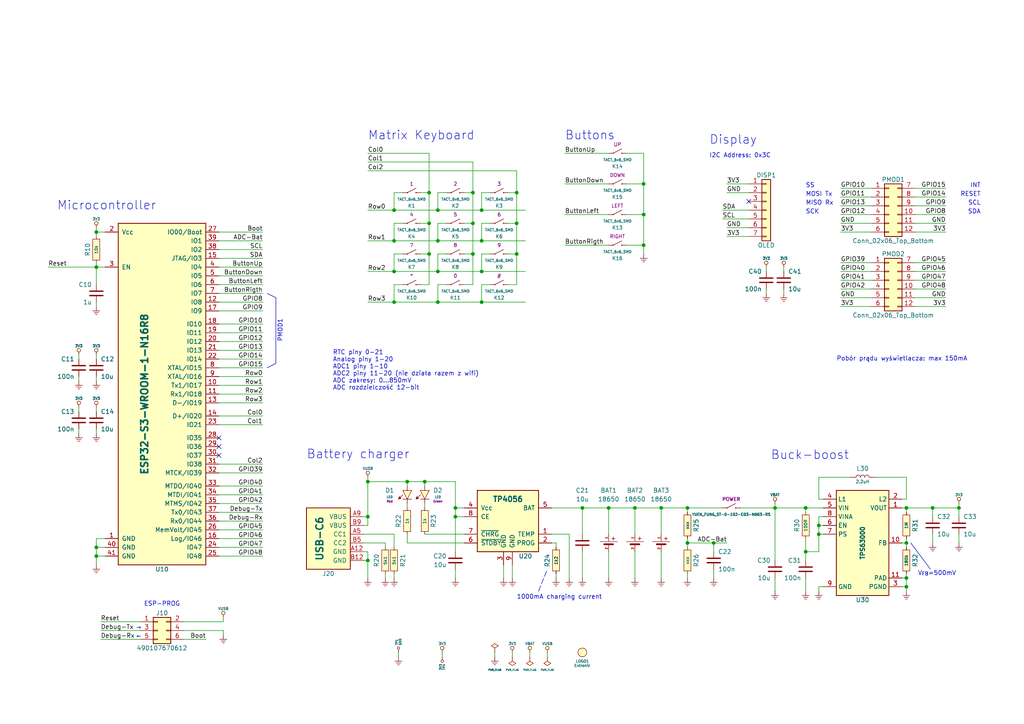
<source format=kicad_sch>
(kicad_sch (version 20231120) (generator "eeschema") (generator_version "8.0")
  (paper "A4")
  (title_block (title "Nostalgia") (date "250324") (rev "HV1") (company "Dominik Bieczyński"))
  (lib_symbols
    (symbol "Connector_Generic:Conn_01x07" (pin_names (offset 1.016) hide)
      (property "Reference" "J" (at 0 10.16 0))
      (property "Value" "Conn_01x07" (at 0 -10.16 0))
      (symbol "Conn_01x07_1_1"
        (pin passive line (at -5.08 7.62 0) (length 3.81) (name "Pin_1") (number "1"))
        (pin passive line (at -5.08 5.08 0) (length 3.81) (name "Pin_2") (number "2"))
        (pin passive line (at -5.08 2.54 0) (length 3.81) (name "Pin_3") (number "3"))
        (pin passive line (at -5.08 0 0) (length 3.81) (name "Pin_4") (number "4"))
        (pin passive line (at -5.08 -2.54 0) (length 3.81) (name "Pin_5") (number "5"))
        (pin passive line (at -5.08 -5.08 0) (length 3.81) (name "Pin_6") (number "6"))
        (pin passive line (at -5.08 -7.62 0) (length 3.81) (name "Pin_7") (number "7"))
      )
    )
    (symbol "Connector_Generic:Conn_02x03_Odd_Even" (pin_names (offset 1.016) hide)
      (property "Reference" "J" (at 1.27 5.08 0))
      (property "Value" "Conn_02x03_Odd_Even" (at 1.27 -5.08 0))
      (symbol "Conn_02x03_Odd_Even_1_1"
        (pin passive line (at -5.08 2.54 0) (length 3.81) (name "Pin_1") (number "1"))
        (pin passive line (at 7.62 2.54 180) (length 3.81) (name "Pin_2") (number "2"))
        (pin passive line (at -5.08 0 0) (length 3.81) (name "Pin_3") (number "3"))
        (pin passive line (at 7.62 0 180) (length 3.81) (name "Pin_4") (number "4"))
        (pin passive line (at -5.08 -2.54 0) (length 3.81) (name "Pin_5") (number "5"))
        (pin passive line (at 7.62 -2.54 180) (length 3.81) (name "Pin_6") (number "6"))
      )
    )
    (symbol "Connector_Generic:Conn_02x06_Top_Bottom" (pin_names (offset 1.016) hide)
      (property "Reference" "J" (at 1.27 7.62 0))
      (property "Value" "Conn_02x06_Top_Bottom" (at 1.27 -10.16 0))
      (symbol "Conn_02x06_Top_Bottom_1_1"
        (pin passive line (at -5.08 5.08 0) (length 3.81) (name "Pin_1") (number "1"))
        (pin passive line (at 7.62 -2.54 180) (length 3.81) (name "Pin_10") (number "10"))
        (pin passive line (at 7.62 -5.08 180) (length 3.81) (name "Pin_11") (number "11"))
        (pin passive line (at 7.62 -7.62 180) (length 3.81) (name "Pin_12") (number "12"))
        (pin passive line (at -5.08 2.54 0) (length 3.81) (name "Pin_2") (number "2"))
        (pin passive line (at -5.08 0 0) (length 3.81) (name "Pin_3") (number "3"))
        (pin passive line (at -5.08 -2.54 0) (length 3.81) (name "Pin_4") (number "4"))
        (pin passive line (at -5.08 -5.08 0) (length 3.81) (name "Pin_5") (number "5"))
        (pin passive line (at -5.08 -7.62 0) (length 3.81) (name "Pin_6") (number "6"))
        (pin passive line (at 7.62 5.08 180) (length 3.81) (name "Pin_7") (number "7"))
        (pin passive line (at 7.62 2.54 180) (length 3.81) (name "Pin_8") (number "8"))
        (pin passive line (at 7.62 0 180) (length 3.81) (name "Pin_9") (number "9"))
      )
    )
    (symbol "TP_1" (pin_numbers hide) (pin_names (offset 0) hide)
      (property "Reference" "TP" (at 2.032 0.508 0))
      (property "Value" "TP" (at 2.032 -0.508 0))
      (symbol "TP_1_1_1"
        (pin passive line (at 0 0 0) (length 0.889) (name "~") (number "1"))
      )
    )
    (symbol "_custom:3V3" (power) (pin_names (offset 0))
      (property "Value" "3V3" (at 0 2.54 0))
      (symbol "3V3_0_0"
        (pin power_in line (at 0 0 90) (length 0) hide (name "3V3") (number "1"))
      )
    )
    (symbol "_custom:BATTERY" (pin_names (offset 0) hide)
      (property "Reference" "BT" (at -3.175 1.27 0))
      (property "Value" "BATTERY" (at -3.175 -1.27 0))
      (symbol "BATTERY_0_0"
        (text "+" (at 1.27 1.27 900) (effects (font (size 1.27 1.27))))
      )
      (symbol "BATTERY_1_1"
        (pin passive line (at 0 2.54 270) (length 2.032) (name "+") (number "1"))
        (pin passive line (at 0 -2.54 90) (length 1.905) (name "-") (number "2"))
      )
    )
    (symbol "_custom:C" (pin_numbers hide) (pin_names (offset 0.254))
      (property "Reference" "C" (at 1.27 2.54 0))
      (property "Value" "C" (at 1.27 -2.54 0))
      (symbol "C_1_1"
        (pin passive line (at 0 2.54 270) (length 1.905) (name "~") (number "1"))
        (pin passive line (at 0 -2.54 90) (length 1.905) (name "~") (number "2"))
      )
    )
    (symbol "_custom:ESP32-S3-WROOM-1" (pin_names (offset 1.016))
      (property "Reference" "U" (at 8.89 -50.8 0))
      (property "Value" "ESP32-S3-WROOM-1" (at 0 0 90))
      (symbol "ESP32-S3-WROOM-1_1_1"
        (pin passive line (at -11.43 -41.91 0) (length 3.81) (name "GND") (number "1"))
        (pin passive line (at 21.59 2.54 180) (length 3.81) (name "Tx1/IO17") (number "10"))
        (pin passive line (at 21.59 0 180) (length 3.81) (name "Rx1/IO18") (number "11"))
        (pin passive line (at 21.59 26.67 180) (length 3.81) (name "IO8") (number "12"))
        (pin passive line (at 21.59 -2.54 180) (length 3.81) (name "D-/IO19") (number "13"))
        (pin passive line (at 21.59 -6.35 180) (length 3.81) (name "D+/IO20") (number "14"))
        (pin passive line (at 21.59 39.37 180) (length 3.81) (name "JTAG/IO3") (number "15"))
        (pin passive line (at 21.59 -41.91 180) (length 3.81) (name "Log/IO46") (number "16"))
        (pin passive line (at 21.59 24.13 180) (length 3.81) (name "IO9") (number "17"))
        (pin passive line (at 21.59 20.32 180) (length 3.81) (name "IO10") (number "18"))
        (pin passive line (at 21.59 17.78 180) (length 3.81) (name "IO11") (number "19"))
        (pin passive line (at -11.43 46.99 0) (length 3.81) (name "Vcc") (number "2"))
        (pin passive line (at 21.59 15.24 180) (length 3.81) (name "IO12") (number "20"))
        (pin passive line (at 21.59 12.7 180) (length 3.81) (name "IO13") (number "21"))
        (pin passive line (at 21.59 10.16 180) (length 3.81) (name "IO14") (number "22"))
        (pin passive line (at 21.59 -8.89 180) (length 3.81) (name "IO21") (number "23"))
        (pin passive line (at 21.59 -44.45 180) (length 3.81) (name "IO47") (number "24"))
        (pin passive line (at 21.59 -46.99 180) (length 3.81) (name "IO48") (number "25"))
        (pin passive line (at 21.59 -39.37 180) (length 3.81) (name "MemVolt/IO45") (number "26"))
        (pin passive line (at 21.59 46.99 180) (length 3.81) (name "IO00/Boot") (number "27"))
        (pin passive line (at 21.59 -12.7 180) (length 3.81) (name "IO35") (number "28"))
        (pin passive line (at 21.59 -15.24 180) (length 3.81) (name "IO36") (number "29"))
        (pin passive line (at -11.43 36.83 0) (length 3.81) (name "EN") (number "3"))
        (pin passive line (at 21.59 -17.78 180) (length 3.81) (name "IO37") (number "30"))
        (pin passive line (at 21.59 -20.32 180) (length 3.81) (name "IO38") (number "31"))
        (pin passive line (at 21.59 -22.86 180) (length 3.81) (name "MTCK/IO39") (number "32"))
        (pin passive line (at 21.59 -26.67 180) (length 3.81) (name "MTDO/IO40") (number "33"))
        (pin passive line (at 21.59 -29.21 180) (length 3.81) (name "MTDI/IO41") (number "34"))
        (pin passive line (at 21.59 -31.75 180) (length 3.81) (name "MTMS/IO42") (number "35"))
        (pin passive line (at 21.59 -36.83 180) (length 3.81) (name "Rx0/IO44") (number "36"))
        (pin passive line (at 21.59 -34.29 180) (length 3.81) (name "Tx0/IO43") (number "37"))
        (pin passive line (at 21.59 41.91 180) (length 3.81) (name "IO2") (number "38"))
        (pin passive line (at 21.59 44.45 180) (length 3.81) (name "IO1") (number "39"))
        (pin passive line (at 21.59 36.83 180) (length 3.81) (name "IO4") (number "4"))
        (pin passive line (at -11.43 -44.45 0) (length 3.81) (name "GND") (number "40"))
        (pin passive line (at -11.43 -46.99 0) (length 3.81) (name "GND") (number "41"))
        (pin passive line (at 21.59 34.29 180) (length 3.81) (name "IO5") (number "5"))
        (pin passive line (at 21.59 31.75 180) (length 3.81) (name "IO6") (number "6"))
        (pin passive line (at 21.59 29.21 180) (length 3.81) (name "IO7") (number "7"))
        (pin passive line (at 21.59 7.62 180) (length 3.81) (name "XTAL/IO15") (number "8"))
        (pin passive line (at 21.59 5.08 180) (length 3.81) (name "XTAL/IO16") (number "9"))
      )
    )
    (symbol "_custom:GND" (power) (pin_names (offset 0))
      (symbol "GND_1_1"
        (pin power_in line (at 0 1.27 90) (length 0) hide (name "GND") (number "1"))
      )
    )
    (symbol "_custom:L" (pin_numbers hide) (pin_names (offset 0))
      (property "Reference" "L" (at 2.286 0 90))
      (property "Value" "L" (at -1.27 0 90))
      (symbol "L_1_1"
        (pin passive line (at 0 3.81 270) (length 1.905) (name "~") (number "1"))
        (pin passive line (at 0 -3.81 90) (length 1.905) (name "~") (number "2"))
      )
    )
    (symbol "_custom:LED" (pin_numbers hide) (pin_names (offset 0) hide)
      (property "Reference" "D" (at -0.635 2.54 0))
      (property "Value" "LED" (at 0.635 2.54 0))
      (property "Datasheet" "Color" (at -3.81 -1.27 0))
      (symbol "LED_1_1"
        (pin passive line (at 2.54 0 180) (length 1.27) (name "K") (number "1"))
        (pin passive line (at -2.54 0 0) (length 1.27) (name "A") (number "2"))
      )
    )
    (symbol "_custom:PWR_FLAG" (power) (pin_numbers hide) (pin_names (offset 0) hide)
      (property "Value" "PWR_FLAG" (at 0 -4.445 0))
      (symbol "PWR_FLAG_0_0"
        (pin power_out line (at 0 0 90) (length 0) (name "pwr") (number "1"))
      )
    )
    (symbol "_custom:R" (pin_numbers hide) (pin_names (offset 0))
      (property "Reference" "R" (at 2.286 0 90))
      (property "Value" "R" (at 0 0 90))
      (symbol "R_1_1"
        (pin passive line (at 0 3.81 270) (length 0.762) (name "~") (number "1"))
        (pin passive line (at 0 -3.81 90) (length 0.762) (name "~") (number "2"))
      )
    )
    (symbol "_custom:TP4056" (pin_names (offset 1.016))
      (property "Reference" "U" (at 5.08 -10.16 0))
      (property "Value" "TP4056" (at 0 6.35 0))
      (symbol "TP4056_1_1"
        (pin passive line (at 12.7 -3.81 180) (length 3.81) (name "TEMP") (number "1"))
        (pin passive line (at 12.7 -6.35 180) (length 3.81) (name "PROG") (number "2"))
        (pin passive line (at -1.27 -12.7 90) (length 3.81) (name "GND") (number "3"))
        (pin passive line (at -12.7 3.81 0) (length 3.81) (name "Vcc") (number "4"))
        (pin passive line (at 12.7 3.81 180) (length 3.81) (name "BAT") (number "5"))
        (pin passive line (at -12.7 -6.35 0) (length 3.81) (name "~{STDBY}") (number "6"))
        (pin passive line (at -12.7 -3.81 0) (length 3.81) (name "~{CHRG}") (number "7"))
        (pin passive line (at -12.7 1.27 0) (length 3.81) (name "CE") (number "8"))
        (pin passive line (at 1.27 -12.7 90) (length 3.81) (name "GND") (number "9"))
      )
    )
    (symbol "_custom:TPS63000"
      (property "Reference" "U?" (at 0 -16.51 0))
      (property "Value" "TPS63000" (at 0 0 90))
      (symbol "TPS63000_1_1"
        (pin passive line (at 11.43 10.16 180) (length 3.81) (name "VOUT") (number "1"))
        (pin passive line (at 11.43 0 180) (length 3.81) (name "FB") (number "10"))
        (pin passive line (at 11.43 -10.16 180) (length 3.81) (name "PAD") (number "11"))
        (pin passive line (at 11.43 12.7 180) (length 3.81) (name "L2") (number "2"))
        (pin passive line (at 11.43 -12.7 180) (length 3.81) (name "PGND") (number "3"))
        (pin passive line (at -11.43 12.7 0) (length 3.81) (name "L1") (number "4"))
        (pin passive line (at -11.43 10.16 0) (length 3.81) (name "VIN") (number "5"))
        (pin passive line (at -11.43 5.08 0) (length 3.81) (name "EN") (number "6"))
        (pin passive line (at -11.43 2.54 0) (length 3.81) (name "PS") (number "7"))
        (pin passive line (at -11.43 7.62 0) (length 3.81) (name "VINA") (number "8"))
        (pin passive line (at -11.43 -12.7 0) (length 3.81) (name "GND") (number "9"))
      )
    )
    (symbol "_custom:USB-C6" (pin_names (offset 1.016))
      (property "Reference" "K" (at 0 -10.16 0))
      (property "Value" "USB-C6" (at -2.54 0 90))
      (symbol "USB-C6_1_1"
        (pin passive line (at 10.16 -3.81 180) (length 3.81) (name "GND") (number "A12"))
        (pin passive line (at 10.16 1.27 180) (length 3.81) (name "CC1") (number "A5"))
        (pin passive line (at 10.16 6.35 180) (length 3.81) (name "VBUS") (number "A9"))
        (pin passive line (at 10.16 -6.35 180) (length 3.81) (name "GND") (number "B12"))
        (pin passive line (at 10.16 -1.27 180) (length 3.81) (name "CC2") (number "B5"))
        (pin passive line (at 10.16 3.81 180) (length 3.81) (name "VBUS") (number "B9"))
      )
    )
    (symbol "_custom:VBAT" (power) (pin_names (offset 0))
      (property "Value" "VBAT" (at 0 2.54 0))
      (symbol "VBAT_0_0"
        (pin power_in line (at 0 0 90) (length 0) hide (name "VBAT") (number "1"))
      )
    )
    (symbol "_custom:VUSB" (power) (pin_names (offset 0))
      (property "Value" "VUSB" (at 0 2.54 0))
      (symbol "VUSB_0_0"
        (pin power_in line (at 0 0 90) (length 0) hide (name "VUSB") (number "1"))
      )
    )
    (symbol "_custom:Z" (pin_numbers hide) (pin_names (offset 0) hide)
      (property "Reference" "J?" (at 0.635 -1.27 0))
      (property "Value" "Z" (at -0.635 -1.27 0))
      (symbol "Z_1_1"
        (pin passive line (at 2.54 0 180) (length 0) (name "~") (number "1"))
        (pin passive line (at -2.54 0 0) (length 0) (name "~") (number "2"))
      )
    )
    (symbol "_custom:_FIDUCIAL" (pin_names (offset 1.016))
      (property "Reference" "FID" (at 0 -2.54 0))
      (property "Value" "_FIDUCIAL" (at 0 -3.81 0))
    )
  )
  (junction (at 149.86 55.88))
  (junction (at 124.46 64.77))
  (junction (at 132.08 149.86))
  (junction (at 27.94 161.29))
  (junction (at 186.69 62.23))
  (junction (at 237.49 152.4))
  (junction (at 106.68 139.7))
  (junction (at 199.39 157.48))
  (junction (at 114.3 60.96))
  (junction (at 176.53 147.32))
  (junction (at 124.46 55.88))
  (junction (at 137.16 73.66))
  (junction (at 139.7 60.96))
  (junction (at 106.68 162.56))
  (junction (at 233.68 147.32))
  (junction (at 168.91 147.32))
  (junction (at 27.94 158.75))
  (junction (at 114.3 87.63))
  (junction (at 114.3 69.85))
  (junction (at 123.19 139.7))
  (junction (at 149.86 64.77))
  (junction (at 262.89 147.32))
  (junction (at 186.69 53.34))
  (junction (at 139.7 69.85))
  (junction (at 27.94 77.47))
  (junction (at 27.94 67.31))
  (junction (at 262.89 157.48))
  (junction (at 114.3 78.74))
  (junction (at 237.49 154.94))
  (junction (at 127 78.74))
  (junction (at 137.16 55.88))
  (junction (at 191.77 147.32))
  (junction (at 186.69 71.12))
  (junction (at 278.13 147.32))
  (junction (at 149.86 73.66))
  (junction (at 106.68 149.86))
  (junction (at 127 69.85))
  (junction (at 199.39 147.32))
  (junction (at 270.51 147.32))
  (junction (at 207.01 157.48))
  (junction (at 124.46 73.66))
  (junction (at 139.7 87.63))
  (junction (at 233.68 160.02))
  (junction (at 262.89 167.64))
  (junction (at 262.89 170.18))
  (junction (at 127 87.63))
  (junction (at 137.16 64.77))
  (junction (at 127 60.96))
  (junction (at 139.7 78.74))
  (junction (at 118.11 139.7))
  (junction (at 224.79 147.32))
  (junction (at 184.15 147.32))
  (junction (at 132.08 147.32))
  (no_connect (at 63.5 132.08))
  (no_connect (at 63.5 127))
  (no_connect (at 63.5 129.54))
  (no_connect (at 217.17 58.42))
  (wire (pts (xy 262.89 170.18) (xy 262.89 171.45)))
  (wire (pts (xy 114.3 78.74) (xy 127 78.74)))
  (wire (pts (xy 139.7 69.85) (xy 152.4 69.85)))
  (wire (pts (xy 237.49 170.18) (xy 238.76 170.18)))
  (wire (pts (xy 27.94 77.47) (xy 27.94 82.55)))
  (wire (pts (xy 149.86 55.88) (xy 147.32 55.88)))
  (wire (pts (xy 148.59 189.23) (xy 148.59 190.5)))
  (wire (pts (xy 149.86 64.77) (xy 149.86 55.88)))
  (wire (pts (xy 63.5 140.97) (xy 76.2 140.97)))
  (wire (pts (xy 106.68 60.96) (xy 114.3 60.96)))
  (wire (pts (xy 278.13 147.32) (xy 278.13 146.05)))
  (wire (pts (xy 199.39 156.21) (xy 199.39 157.48)))
  (wire (pts (xy 237.49 149.86) (xy 238.76 149.86)))
  (wire (pts (xy 146.05 163.83) (xy 146.05 167.64)))
  (wire (pts (xy 29.21 182.88) (xy 40.64 182.88)))
  (wire (pts (xy 243.84 76.2) (xy 252.73 76.2)))
  (wire (pts (xy 27.94 67.31) (xy 27.94 66.04)))
  (wire (pts (xy 139.7 64.77) (xy 139.7 69.85)))
  (wire (pts (xy 132.08 139.7) (xy 123.19 139.7)))
  (wire (pts (xy 243.84 86.36) (xy 252.73 86.36)))
  (wire (pts (xy 63.5 156.21) (xy 76.2 156.21)))
  (wire (pts (xy 127 64.77) (xy 127 69.85)))
  (wire (pts (xy 243.84 62.23) (xy 252.73 62.23)))
  (wire (pts (xy 123.19 139.7) (xy 118.11 139.7)))
  (wire (pts (xy 63.5 148.59) (xy 76.2 148.59)))
  (wire (pts (xy 106.68 160.02) (xy 105.41 160.02)))
  (wire (pts (xy 153.67 189.23) (xy 153.67 190.5)))
  (wire (pts (xy 186.69 53.34) (xy 186.69 62.23)))
  (wire (pts (xy 116.84 55.88) (xy 114.3 55.88)))
  (wire (pts (xy 186.69 62.23) (xy 186.69 71.12)))
  (wire (pts (xy 63.5 74.93) (xy 76.2 74.93)))
  (wire (pts (xy 243.84 67.31) (xy 252.73 67.31)))
  (wire (pts (xy 13.97 77.47) (xy 27.94 77.47)))
  (wire (pts (xy 149.86 82.55) (xy 149.86 73.66)))
  (wire (pts (xy 114.3 154.94) (xy 114.3 158.75)))
  (polyline (pts (xy 77.47 106.68) (xy 80.01 105.41)))
  (wire (pts (xy 209.55 60.96) (xy 217.17 60.96)))
  (wire (pts (xy 252.73 54.61) (xy 243.84 54.61)))
  (wire (pts (xy 27.94 161.29) (xy 30.48 161.29)))
  (wire (pts (xy 243.84 81.28) (xy 252.73 81.28)))
  (wire (pts (xy 27.94 156.21) (xy 27.94 158.75)))
  (polyline (pts (xy 264.16 157.48) (xy 269.875 165.1)))
  (wire (pts (xy 63.5 114.3) (xy 76.2 114.3)))
  (wire (pts (xy 63.5 85.09) (xy 76.2 85.09)))
  (wire (pts (xy 134.62 64.77) (xy 137.16 64.77)))
  (wire (pts (xy 160.02 147.32) (xy 168.91 147.32)))
  (wire (pts (xy 134.62 73.66) (xy 137.16 73.66)))
  (wire (pts (xy 105.41 162.56) (xy 106.68 162.56)))
  (wire (pts (xy 265.43 59.69) (xy 274.32 59.69)))
  (wire (pts (xy 149.86 73.66) (xy 149.86 64.77)))
  (wire (pts (xy 199.39 157.48) (xy 199.39 158.75)))
  (wire (pts (xy 132.08 165.1) (xy 132.08 167.64)))
  (wire (pts (xy 114.3 82.55) (xy 114.3 87.63)))
  (wire (pts (xy 121.92 82.55) (xy 124.46 82.55)))
  (wire (pts (xy 176.53 147.32) (xy 184.15 147.32)))
  (wire (pts (xy 63.5 137.16) (xy 76.2 137.16)))
  (wire (pts (xy 106.68 139.7) (xy 106.68 149.86)))
  (wire (pts (xy 265.43 62.23) (xy 274.32 62.23)))
  (wire (pts (xy 262.89 170.18) (xy 262.89 167.64)))
  (wire (pts (xy 129.54 55.88) (xy 127 55.88)))
  (wire (pts (xy 139.7 82.55) (xy 139.7 87.63)))
  (wire (pts (xy 207.01 157.48) (xy 207.01 160.02)))
  (wire (pts (xy 114.3 60.96) (xy 127 60.96)))
  (wire (pts (xy 30.48 156.21) (xy 27.94 156.21)))
  (wire (pts (xy 165.1 167.64) (xy 165.1 154.94)))
  (wire (pts (xy 139.7 55.88) (xy 139.7 60.96)))
  (wire (pts (xy 106.68 78.74) (xy 114.3 78.74)))
  (wire (pts (xy 27.94 102.87) (xy 27.94 104.14)))
  (wire (pts (xy 63.5 106.68) (xy 76.2 106.68)))
  (wire (pts (xy 243.84 59.69) (xy 252.73 59.69)))
  (wire (pts (xy 121.92 64.77) (xy 124.46 64.77)))
  (wire (pts (xy 132.08 147.32) (xy 134.62 147.32)))
  (wire (pts (xy 261.62 147.32) (xy 262.89 147.32)))
  (wire (pts (xy 163.83 53.34) (xy 176.53 53.34)))
  (wire (pts (xy 262.89 144.78) (xy 261.62 144.78)))
  (wire (pts (xy 143.51 189.23) (xy 143.51 190.5)))
  (wire (pts (xy 237.49 149.86) (xy 237.49 152.4)))
  (wire (pts (xy 233.68 167.64) (xy 233.68 171.45)))
  (wire (pts (xy 121.92 73.66) (xy 124.46 73.66)))
  (wire (pts (xy 40.64 180.34) (xy 29.21 180.34)))
  (wire (pts (xy 163.83 44.45) (xy 176.53 44.45)))
  (wire (pts (xy 168.91 147.32) (xy 176.53 147.32)))
  (wire (pts (xy 114.3 69.85) (xy 114.3 64.77)))
  (wire (pts (xy 262.89 167.64) (xy 261.62 167.64)))
  (wire (pts (xy 191.77 147.32) (xy 191.77 154.94)))
  (wire (pts (xy 139.7 87.63) (xy 152.4 87.63)))
  (wire (pts (xy 139.7 78.74) (xy 152.4 78.74)))
  (wire (pts (xy 106.68 49.53) (xy 149.86 49.53)))
  (wire (pts (xy 278.13 154.94) (xy 278.13 157.48)))
  (wire (pts (xy 161.29 157.48) (xy 160.02 157.48)))
  (wire (pts (xy 210.82 157.48) (xy 207.01 157.48)))
  (wire (pts (xy 124.46 55.88) (xy 124.46 44.45)))
  (wire (pts (xy 233.68 160.02) (xy 233.68 162.56)))
  (wire (pts (xy 168.91 160.02) (xy 168.91 167.64)))
  (wire (pts (xy 27.94 161.29) (xy 27.94 163.83)))
  (wire (pts (xy 105.41 154.94) (xy 114.3 154.94)))
  (wire (pts (xy 63.5 77.47) (xy 76.2 77.47)))
  (wire (pts (xy 63.5 146.05) (xy 76.2 146.05)))
  (wire (pts (xy 168.91 147.32) (xy 168.91 154.94)))
  (wire (pts (xy 127 60.96) (xy 139.7 60.96)))
  (wire (pts (xy 27.94 158.75) (xy 27.94 161.29)))
  (wire (pts (xy 106.68 87.63) (xy 114.3 87.63)))
  (wire (pts (xy 129.54 82.55) (xy 127 82.55)))
  (wire (pts (xy 30.48 77.47) (xy 27.94 77.47)))
  (wire (pts (xy 114.3 69.85) (xy 127 69.85)))
  (wire (pts (xy 114.3 55.88) (xy 114.3 60.96)))
  (wire (pts (xy 246.38 138.43) (xy 237.49 138.43)))
  (wire (pts (xy 30.48 67.31) (xy 27.94 67.31)))
  (wire (pts (xy 207.01 157.48) (xy 199.39 157.48)))
  (wire (pts (xy 137.16 64.77) (xy 137.16 55.88)))
  (wire (pts (xy 199.39 147.32) (xy 199.39 148.59)))
  (wire (pts (xy 243.84 83.82) (xy 252.73 83.82)))
  (wire (pts (xy 199.39 147.32) (xy 209.55 147.32)))
  (wire (pts (xy 207.01 165.1) (xy 207.01 167.64)))
  (wire (pts (xy 186.69 71.12) (xy 186.69 73.66)))
  (wire (pts (xy 274.32 67.31) (xy 265.43 67.31)))
  (wire (pts (xy 270.51 147.32) (xy 270.51 149.86)))
  (wire (pts (xy 274.32 88.9) (xy 265.43 88.9)))
  (wire (pts (xy 243.84 64.77) (xy 252.73 64.77)))
  (wire (pts (xy 238.76 154.94) (xy 237.49 154.94)))
  (wire (pts (xy 63.5 120.65) (xy 76.2 120.65)))
  (wire (pts (xy 199.39 166.37) (xy 199.39 167.64)))
  (wire (pts (xy 210.82 55.88) (xy 217.17 55.88)))
  (wire (pts (xy 118.11 139.7) (xy 118.11 140.97)))
  (wire (pts (xy 53.34 185.42) (xy 59.69 185.42)))
  (wire (pts (xy 105.41 152.4) (xy 106.68 152.4)))
  (wire (pts (xy 237.49 160.02) (xy 237.49 154.94)))
  (wire (pts (xy 22.86 102.87) (xy 22.86 104.14)))
  (wire (pts (xy 137.16 82.55) (xy 137.16 73.66)))
  (wire (pts (xy 237.49 154.94) (xy 237.49 152.4)))
  (wire (pts (xy 63.5 69.85) (xy 76.2 69.85)))
  (wire (pts (xy 127 87.63) (xy 139.7 87.63)))
  (wire (pts (xy 222.25 77.47) (xy 222.25 78.74)))
  (wire (pts (xy 137.16 55.88) (xy 134.62 55.88)))
  (wire (pts (xy 137.16 55.88) (xy 137.16 46.99)))
  (wire (pts (xy 27.94 109.22) (xy 27.94 110.49)))
  (polyline (pts (xy 77.47 85.09) (xy 80.01 86.36)))
  (wire (pts (xy 106.68 162.56) (xy 106.68 160.02)))
  (wire (pts (xy 209.55 63.5) (xy 217.17 63.5)))
  (wire (pts (xy 63.5 111.76) (xy 76.2 111.76)))
  (wire (pts (xy 184.15 154.94) (xy 184.15 147.32)))
  (wire (pts (xy 149.86 55.88) (xy 149.86 49.53)))
  (wire (pts (xy 224.79 146.05) (xy 224.79 147.32)))
  (wire (pts (xy 227.33 77.47) (xy 227.33 78.74)))
  (wire (pts (xy 63.5 109.22) (xy 76.2 109.22)))
  (wire (pts (xy 278.13 147.32) (xy 270.51 147.32)))
  (wire (pts (xy 243.84 88.9) (xy 252.73 88.9)))
  (wire (pts (xy 270.51 154.94) (xy 270.51 157.48)))
  (wire (pts (xy 115.57 189.23) (xy 115.57 190.5)))
  (wire (pts (xy 114.3 64.77) (xy 116.84 64.77)))
  (wire (pts (xy 265.43 64.77) (xy 274.32 64.77)))
  (wire (pts (xy 142.24 73.66) (xy 139.7 73.66)))
  (wire (pts (xy 237.49 171.45) (xy 237.49 170.18)))
  (wire (pts (xy 262.89 156.21) (xy 262.89 157.48)))
  (wire (pts (xy 76.2 67.31) (xy 63.5 67.31)))
  (wire (pts (xy 210.82 66.04) (xy 217.17 66.04)))
  (wire (pts (xy 191.77 147.32) (xy 199.39 147.32)))
  (wire (pts (xy 106.68 138.43) (xy 106.68 139.7)))
  (wire (pts (xy 27.94 76.2) (xy 27.94 77.47)))
  (wire (pts (xy 142.24 64.77) (xy 139.7 64.77)))
  (wire (pts (xy 111.76 157.48) (xy 111.76 158.75)))
  (wire (pts (xy 22.86 118.11) (xy 22.86 119.38)))
  (wire (pts (xy 265.43 57.15) (xy 274.32 57.15)))
  (wire (pts (xy 63.5 158.75) (xy 76.2 158.75)))
  (wire (pts (xy 127 82.55) (xy 127 87.63)))
  (wire (pts (xy 210.82 68.58) (xy 217.17 68.58)))
  (wire (pts (xy 27.94 158.75) (xy 30.48 158.75)))
  (wire (pts (xy 63.5 101.6) (xy 76.2 101.6)))
  (wire (pts (xy 111.76 166.37) (xy 111.76 167.64)))
  (wire (pts (xy 227.33 83.82) (xy 227.33 85.09)))
  (wire (pts (xy 106.68 44.45) (xy 124.46 44.45)))
  (wire (pts (xy 165.1 154.94) (xy 160.02 154.94)))
  (wire (pts (xy 118.11 146.05) (xy 118.11 147.32)))
  (wire (pts (xy 27.94 124.46) (xy 27.94 125.73)))
  (wire (pts (xy 142.24 55.88) (xy 139.7 55.88)))
  (wire (pts (xy 118.11 139.7) (xy 106.68 139.7)))
  (wire (pts (xy 114.3 73.66) (xy 114.3 78.74)))
  (polyline (pts (xy 156.21 171.45) (xy 158.75 165.1)) (stroke (width 0) (type dash)))
  (wire (pts (xy 63.5 143.51) (xy 76.2 143.51)))
  (wire (pts (xy 76.2 93.98) (xy 63.5 93.98)))
  (wire (pts (xy 116.84 82.55) (xy 114.3 82.55)))
  (wire (pts (xy 243.84 78.74) (xy 252.73 78.74)))
  (wire (pts (xy 22.86 124.46) (xy 22.86 125.73)))
  (wire (pts (xy 147.32 64.77) (xy 149.86 64.77)))
  (wire (pts (xy 63.5 90.17) (xy 76.2 90.17)))
  (wire (pts (xy 163.83 71.12) (xy 176.53 71.12)))
  (wire (pts (xy 118.11 157.48) (xy 134.62 157.48)))
  (wire (pts (xy 254 138.43) (xy 262.89 138.43)))
  (polyline (pts (xy 80.01 86.36) (xy 80.01 105.41)))
  (wire (pts (xy 233.68 160.02) (xy 237.49 160.02)))
  (wire (pts (xy 176.53 160.02) (xy 176.53 167.64)))
  (wire (pts (xy 114.3 87.63) (xy 127 87.63)))
  (wire (pts (xy 139.7 60.96) (xy 152.4 60.96)))
  (wire (pts (xy 224.79 147.32) (xy 224.79 162.56)))
  (wire (pts (xy 261.62 157.48) (xy 262.89 157.48)))
  (wire (pts (xy 64.77 182.88) (xy 64.77 184.15)))
  (wire (pts (xy 184.15 147.32) (xy 191.77 147.32)))
  (wire (pts (xy 139.7 73.66) (xy 139.7 78.74)))
  (wire (pts (xy 237.49 144.78) (xy 238.76 144.78)))
  (wire (pts (xy 210.82 53.34) (xy 217.17 53.34)))
  (wire (pts (xy 184.15 160.02) (xy 184.15 167.64)))
  (wire (pts (xy 123.19 146.05) (xy 123.19 147.32)))
  (wire (pts (xy 63.5 87.63) (xy 76.2 87.63)))
  (wire (pts (xy 176.53 147.32) (xy 176.53 154.94)))
  (wire (pts (xy 142.24 82.55) (xy 139.7 82.55)))
  (wire (pts (xy 105.41 157.48) (xy 111.76 157.48)))
  (wire (pts (xy 127 69.85) (xy 139.7 69.85)))
  (wire (pts (xy 265.43 78.74) (xy 274.32 78.74)))
  (wire (pts (xy 114.3 166.37) (xy 114.3 167.64)))
  (wire (pts (xy 106.68 167.64) (xy 106.68 162.56)))
  (wire (pts (xy 262.89 147.32) (xy 262.89 148.59)))
  (wire (pts (xy 106.68 46.99) (xy 137.16 46.99)))
  (wire (pts (xy 158.75 189.23) (xy 158.75 190.5)))
  (wire (pts (xy 64.77 179.07) (xy 64.77 180.34)))
  (wire (pts (xy 270.51 147.32) (xy 262.89 147.32)))
  (wire (pts (xy 274.32 86.36) (xy 265.43 86.36)))
  (wire (pts (xy 186.69 44.45) (xy 186.69 53.34)))
  (wire (pts (xy 262.89 138.43) (xy 262.89 144.78)))
  (wire (pts (xy 181.61 44.45) (xy 186.69 44.45)))
  (wire (pts (xy 233.68 156.21) (xy 233.68 160.02)))
  (wire (pts (xy 127 78.74) (xy 139.7 78.74)))
  (wire (pts (xy 63.5 123.19) (xy 76.2 123.19)))
  (wire (pts (xy 127 55.88) (xy 127 60.96)))
  (wire (pts (xy 262.89 157.48) (xy 262.89 158.75)))
  (wire (pts (xy 127 73.66) (xy 127 78.74)))
  (wire (pts (xy 106.68 152.4) (xy 106.68 149.86)))
  (wire (pts (xy 161.29 166.37) (xy 161.29 167.64)))
  (wire (pts (xy 132.08 149.86) (xy 132.08 160.02)))
  (wire (pts (xy 63.5 161.29) (xy 76.2 161.29)))
  (wire (pts (xy 63.5 72.39) (xy 76.2 72.39)))
  (wire (pts (xy 27.94 118.11) (xy 27.94 119.38)))
  (wire (pts (xy 181.61 62.23) (xy 186.69 62.23)))
  (wire (pts (xy 265.43 83.82) (xy 274.32 83.82)))
  (wire (pts (xy 137.16 73.66) (xy 137.16 64.77)))
  (wire (pts (xy 262.89 166.37) (xy 262.89 167.64)))
  (wire (pts (xy 181.61 53.34) (xy 186.69 53.34)))
  (wire (pts (xy 191.77 160.02) (xy 191.77 167.64)))
  (wire (pts (xy 129.54 73.66) (xy 127 73.66)))
  (wire (pts (xy 63.5 151.13) (xy 76.2 151.13)))
  (wire (pts (xy 278.13 147.32) (xy 278.13 149.86)))
  (wire (pts (xy 63.5 116.84) (xy 76.2 116.84)))
  (wire (pts (xy 63.5 99.06) (xy 76.2 99.06)))
  (wire (pts (xy 181.61 71.12) (xy 186.69 71.12)))
  (wire (pts (xy 243.84 57.15) (xy 252.73 57.15)))
  (wire (pts (xy 265.43 76.2) (xy 274.32 76.2)))
  (wire (pts (xy 161.29 158.75) (xy 161.29 157.48)))
  (wire (pts (xy 124.46 82.55) (xy 124.46 73.66)))
  (wire (pts (xy 128.27 189.23) (xy 128.27 190.5)))
  (wire (pts (xy 63.5 80.01) (xy 76.2 80.01)))
  (wire (pts (xy 132.08 149.86) (xy 134.62 149.86)))
  (wire (pts (xy 147.32 73.66) (xy 149.86 73.66)))
  (wire (pts (xy 265.43 54.61) (xy 274.32 54.61)))
  (wire (pts (xy 27.94 67.31) (xy 27.94 68.58)))
  (wire (pts (xy 237.49 152.4) (xy 238.76 152.4)))
  (wire (pts (xy 134.62 82.55) (xy 137.16 82.55)))
  (wire (pts (xy 63.5 153.67) (xy 76.2 153.67)))
  (wire (pts (xy 40.64 185.42) (xy 29.21 185.42)))
  (wire (pts (xy 224.79 167.64) (xy 224.79 171.45)))
  (wire (pts (xy 124.46 73.66) (xy 124.46 64.77)))
  (wire (pts (xy 53.34 182.88) (xy 64.77 182.88)))
  (wire (pts (xy 116.84 73.66) (xy 114.3 73.66)))
  (wire (pts (xy 53.34 180.34) (xy 64.77 180.34)))
  (wire (pts (xy 147.32 82.55) (xy 149.86 82.55)))
  (wire (pts (xy 237.49 138.43) (xy 237.49 144.78)))
  (wire (pts (xy 118.11 157.48) (xy 118.11 154.94)))
  (wire (pts (xy 233.68 147.32) (xy 233.68 148.59)))
  (wire (pts (xy 121.92 55.88) (xy 124.46 55.88)))
  (wire (pts (xy 132.08 147.32) (xy 132.08 149.86)))
  (wire (pts (xy 163.83 62.23) (xy 176.53 62.23)))
  (wire (pts (xy 124.46 55.88) (xy 124.46 64.77)))
  (wire (pts (xy 106.68 69.85) (xy 114.3 69.85)))
  (wire (pts (xy 27.94 87.63) (xy 27.94 88.9)))
  (wire (pts (xy 261.62 170.18) (xy 262.89 170.18)))
  (wire (pts (xy 214.63 147.32) (xy 224.79 147.32)))
  (wire (pts (xy 76.2 82.55) (xy 63.5 82.55)))
  (wire (pts (xy 76.2 104.14) (xy 63.5 104.14)))
  (wire (pts (xy 123.19 154.94) (xy 134.62 154.94)))
  (wire (pts (xy 105.41 149.86) (xy 106.68 149.86)))
  (wire (pts (xy 148.59 163.83) (xy 148.59 167.64)))
  (wire (pts (xy 132.08 147.32) (xy 132.08 139.7)))
  (wire (pts (xy 63.5 96.52) (xy 76.2 96.52)))
  (wire (pts (xy 222.25 83.82) (xy 222.25 85.09)))
  (wire (pts (xy 123.19 139.7) (xy 123.19 140.97)))
  (wire (pts (xy 265.43 81.28) (xy 274.32 81.28)))
  (wire (pts (xy 63.5 134.62) (xy 76.2 134.62)))
  (wire (pts (xy 22.86 109.22) (xy 22.86 110.49)))
  (wire (pts (xy 129.54 64.77) (xy 127 64.77)))
  (wire (pts (xy 233.68 147.32) (xy 238.76 147.32)))
  (wire (pts (xy 224.79 147.32) (xy 233.68 147.32)))
  (text "Pobór prądu wyświetlacza: max 150mA" (at 261.62 104.14 0) (effects (font (size 1.27 1.27))))
  (text "SDA" (at 284.48 62.23 0) (effects (font (size 1.27 1.27)) (justify right bottom)))
  (text "PMOD1" (at 81.28 95.885 90) (effects (font (size 1.27 1.27))))
  (text "V_{FB}=500mV" (at 271.78 166.37 0) (effects (font (size 1.27 1.27))))
  (text "SCK" (at 233.68 62.23 0) (effects (font (size 1.27 1.27)) (justify left bottom)))
  (text "SCL" (at 284.48 59.69 0) (effects (font (size 1.27 1.27)) (justify right bottom)))
  (text "RTC piny 0-21\nAnalog piny 1-20\nADC1 piny 1-10\nADC2 piny 11-20 (nie działa razem z wifi)\nADC zakresy: 0...850mV\nADC rozdzielczość 12-bit" (at 96.52 101.6 0) (effects (font (size 1.27 1.27)) (justify left top)))
  (text "MOSI Tx" (at 233.68 57.15 0) (effects (font (size 1.27 1.27)) (justify left bottom)))
  (text "Microcontroller" (at 16.51 59.69 0) (effects (font (size 2.54 2.54)) (justify left)))
  (text "SS" (at 233.68 54.61 0) (effects (font (size 1.27 1.27)) (justify left bottom)))
  (text "Display" (at 205.74 40.64 0) (effects (font (size 2.54 2.54)) (justify left)))
  (text "I2C Address: 0x3C" (at 205.74 44.45 0) (effects (font (size 1.27 1.27)) (justify left top)))
  (text "ESP-PROG" (at 46.99 175.26 0) (effects (font (size 1.27 1.27))))
  (text "MISO Rx" (at 233.68 59.69 0) (effects (font (size 1.27 1.27)) (justify left bottom)))
  (text "1000mA charging current" (at 149.86 173.99 0) (effects (font (size 1.27 1.27)) (justify left bottom)))
  (text "Battery charger" (at 88.9 133.35 0) (effects (font (size 2.54 2.54)) (justify left bottom)))
  (text "Buck-boost" (at 223.52 132.08 0) (effects (font (size 2.54 2.54)) (justify left)))
  (text "→" (at 39.37 182.88 0) (effects (font (size 1.27 1.27)) (justify left bottom)))
  (text "←" (at 39.37 185.42 0) (effects (font (size 1.27 1.27)) (justify left bottom)))
  (text "INT" (at 284.48 54.61 0) (effects (font (size 1.27 1.27)) (justify right bottom)))
  (text "Matrix Keyboard" (at 106.68 39.37 0) (effects (font (size 2.54 2.54)) (justify left)))
  (text "Buttons" (at 163.83 39.37 0) (effects (font (size 2.54 2.54)) (justify left)))
  (text "RESET" (at 284.48 57.15 0) (effects (font (size 1.27 1.27)) (justify right bottom)))
  (label "ButtonLeft" (at 76.2 82.55 180))
  (label "3V3" (at 274.32 88.9 180))
  (label "Row0" (at 106.68 60.96 0))
  (label "GPIO12" (at 76.2 99.06 180))
  (label "GPIO13" (at 76.2 101.6 180))
  (label "GPIO14" (at 274.32 57.15 180))
  (label "Row2" (at 76.2 114.3 180))
  (label "Col0" (at 76.2 120.65 180))
  (label "ButtonLeft" (at 163.83 62.23 0))
  (label "3V3" (at 210.82 53.34 0))
  (label "GPIO39" (at 76.2 137.16 180))
  (label "GPIO48" (at 76.2 161.29 180))
  (label "SCL" (at 76.2 72.39 180))
  (label "Row3" (at 106.68 87.63 0))
  (label "ButtonRigth" (at 163.83 71.12 0))
  (label "3V3" (at 274.32 67.31 180))
  (label "GPIO48" (at 274.32 83.82 180))
  (label "SCL" (at 209.55 63.5 0))
  (label "SDA" (at 76.2 74.93 180))
  (label "ButtonDown" (at 76.2 80.01 180))
  (label "Col1" (at 106.68 46.99 0))
  (label "GPIO41" (at 76.2 143.51 180))
  (label "Row0" (at 76.2 109.22 180))
  (label "GPIO42" (at 76.2 146.05 180))
  (label "GPIO8" (at 76.2 87.63 180))
  (label "GPIO15" (at 76.2 106.68 180))
  (label "GND" (at 274.32 64.77 180))
  (label "GPIO47" (at 274.32 81.28 180))
  (label "GPIO40" (at 76.2 140.97 180))
  (label "GPIO14" (at 76.2 104.14 180))
  (label "GPIO47" (at 76.2 158.75 180))
  (label "GND" (at 243.84 64.77 0))
  (label "Boot" (at 76.2 67.31 180))
  (label "GPIO40" (at 243.84 78.74 0))
  (label "Reset" (at 29.21 180.34 0))
  (label "Debug-Tx" (at 76.2 148.59 180))
  (label "GPIO42" (at 243.84 83.82 0))
  (label "GPIO41" (at 243.84 81.28 0))
  (label "Reset" (at 13.97 77.47 0))
  (label "GPIO10" (at 243.84 54.61 0))
  (label "Debug-Tx" (at 29.21 182.88 0))
  (label "Boot" (at 59.69 185.42 180))
  (label "GND" (at 210.82 55.88 0))
  (label "Row3" (at 76.2 116.84 180))
  (label "Row1" (at 106.68 69.85 0))
  (label "ButtonDown" (at 163.83 53.34 0))
  (label "GND" (at 243.84 86.36 0))
  (label "Debug-Rx" (at 76.2 151.13 180))
  (label "GPIO12" (at 243.84 62.23 0))
  (label "Row2" (at 106.68 78.74 0))
  (label "GPIO9" (at 76.2 90.17 180))
  (label "Row1" (at 76.2 111.76 180))
  (label "ADC-Bat" (at 76.2 69.85 180))
  (label "SDA" (at 209.55 60.96 0))
  (label "ButtonUp" (at 163.83 44.45 0))
  (label "GPIO10" (at 76.2 93.98 180))
  (label "ButtonRigth" (at 76.2 85.09 180))
  (label "ADC-Bat" (at 210.82 157.48 180))
  (label "GND" (at 274.32 86.36 180))
  (label "GPIO45" (at 274.32 76.2 180))
  (label "GPIO15" (at 274.32 54.61 180))
  (label "3V3" (at 210.82 68.58 0))
  (label "GPIO8" (at 274.32 62.23 180))
  (label "Col2" (at 76.2 134.62 180))
  (label "3V3" (at 243.84 88.9 0))
  (label "3V3" (at 243.84 67.31 0))
  (label "Col1" (at 76.2 123.19 180))
  (label "Debug-Rx" (at 29.21 185.42 0))
  (label "GPIO9" (at 274.32 59.69 180))
  (label "GPIO11" (at 243.84 57.15 0))
  (label "GND" (at 210.82 66.04 0))
  (label "GPIO39" (at 243.84 76.2 0))
  (label "GPIO45" (at 76.2 153.67 180))
  (label "GPIO46" (at 76.2 156.21 180))
  (label "GPIO46" (at 274.32 78.74 180))
  (label "Col2" (at 106.68 49.53 0))
  (label "Col0" (at 106.68 44.45 0))
  (label "GPIO11" (at 76.2 96.52 180))
  (label "GPIO13" (at 243.84 59.69 0))
  (label "ButtonUp" (at 76.2 77.47 180))
  (symbol (lib_id "_custom:Z") (at 119.38 55.88 0) (unit 1)
    (property "Reference" "K1" (at 119.38 59.69 0) (effects (font (size 1.016 1.016))))
    (property "Value" "TACT_6x6_SMD" (at 119.38 57.785 0) (effects (font (size 0.762 0.762))))
    (property "Footprint" "_custom:TACT_6x6_SMD" (effects (hide yes)))
    (property "Datasheet" "1" (at 119.38 53.34 0) (effects (font (size 1.016 1.016))))
  )
  (symbol (lib_id "_custom:R") (at 123.19 151.13 0) (mirror x) (unit 1)
    (property "Reference" "R23" (at 125.73 151.13 90))
    (property "Value" "1k" (at 123.19 151.13 90) (effects (font (size 0.889 0.889))))
    (property "Footprint" "_custom:R_0805" (effects (hide yes)))
    (property "Description" "Tolerance 5%, Voltage min 25V, Power min 0.1W" (effects (hide yes)))
  )
  (symbol (lib_id "_custom:LED") (at 123.19 143.51 270) (unit 1)
    (property "Reference" "D2" (at 127 142.24 90))
    (property "Value" "LED" (at 127 144.145 90) (effects (font (size 0.635 0.635))))
    (property "Footprint" "_custom:LED_0805" (effects (hide yes)))
    (property "Datasheet" "Green" (at 127 145.415 90) (effects (font (size 0.635 0.635))))
  )
  (symbol (lib_id "_custom:GND") (at 111.76 168.91 0) (unit 1)
    (property "Reference" "#PWR01008" (effects (hide yes)))
    (property "Value" "GND" (effects (hide yes)))
  )
  (symbol (lib_id "_custom:R") (at 27.94 72.39 180) (unit 1)
    (property "Reference" "R10" (at 25.4 72.39 90))
    (property "Value" "10k" (at 27.94 72.39 90) (effects (font (size 0.889 0.889))))
    (property "Footprint" "_custom:R_0805" (effects (hide yes)))
  )
  (symbol (lib_id "_custom:C") (at 207.01 162.56 0) (unit 1)
    (property "Reference" "C22" (at 208.28 160.02 0) (effects (justify left)))
    (property "Value" "100n" (at 208.28 165.1 0) (effects (justify left)))
    (property "Footprint" "_custom:C_0805" (effects (hide yes)))
  )
  (symbol (lib_id "_custom:PWR_FLAG") (at 148.59 190.5 180) (unit 1)
    (property "Reference" "#FLG01004" (effects (hide yes)))
    (property "Value" "PWR_FLAG" (at 148.59 194.31 0) (effects (font (size 0.508 0.508))))
    (property "Description" "Special symbol for telling ERC where power comes from" (effects (hide yes)))
  )
  (symbol (lib_id "_custom:3V3") (at 227.33 77.47 0) (unit 1)
    (property "Reference" "#PWR01015" (effects (hide yes)))
    (property "Value" "3V3" (at 227.33 74.93 0) (effects (font (size 0.762 0.762))))
  )
  (symbol (lib_id "_custom:GND") (at 146.05 168.91 0) (unit 1)
    (property "Reference" "#PWR012" (effects (hide yes)))
    (property "Value" "GND" (effects (hide yes)))
  )
  (symbol (lib_id "_custom:Z") (at 179.07 62.23 0) (unit 1)
    (property "Reference" "K13" (at 179.07 66.04 0) (effects (font (size 1.016 1.016))))
    (property "Value" "TACT_6x6_SMD" (at 179.07 64.135 0) (effects (font (size 0.762 0.762))))
    (property "Footprint" "_custom:TACT_6x6_SMD" (effects (hide yes)))
    (property "Datasheet" "LEFT" (at 179.07 59.69 0) (effects (font (size 1.016 1.016))))
  )
  (symbol (lib_id "_custom:GND") (at 148.59 168.91 0) (unit 1)
    (property "Reference" "#PWR013" (effects (hide yes)))
    (property "Value" "GND" (effects (hide yes)))
  )
  (symbol (lib_id "_custom:GND") (at 22.86 127 0) (unit 1)
    (property "Reference" "#PWR01011" (effects (hide yes)))
    (property "Value" "GND" (effects (hide yes)))
  )
  (symbol (lib_id "_custom:Z") (at 119.38 64.77 0) (unit 1)
    (property "Reference" "K4" (at 119.38 68.58 0) (effects (font (size 1.016 1.016))))
    (property "Value" "TACT_6x6_SMD" (at 119.38 66.675 0) (effects (font (size 0.762 0.762))))
    (property "Footprint" "_custom:TACT_6x6_SMD" (effects (hide yes)))
    (property "Datasheet" "4" (at 119.38 62.23 0) (effects (font (size 1.016 1.016))))
  )
  (symbol (lib_id "_custom:GND") (at 143.51 191.77 0) (unit 1)
    (property "Reference" "#PWR01050" (effects (hide yes)))
    (property "Value" "GND" (effects (hide yes)))
  )
  (symbol (lib_id "_custom:GND") (at 227.33 86.36 0) (unit 1)
    (property "Reference" "#PWR01016" (effects (hide yes)))
    (property "Value" "GND" (effects (hide yes)))
  )
  (symbol (lib_id "_custom:Z") (at 179.07 44.45 0) (unit 1)
    (property "Reference" "K14" (at 179.07 48.26 0) (effects (font (size 1.016 1.016))))
    (property "Value" "TACT_6x6_SMD" (at 179.07 46.355 0) (effects (font (size 0.762 0.762))))
    (property "Footprint" "_custom:TACT_6x6_SMD" (effects (hide yes)))
    (property "Datasheet" "UP" (at 179.07 41.91 0) (effects (font (size 1.016 1.016))))
  )
  (symbol (lib_id "_custom:VBAT") (at 224.79 146.05 0) (unit 1)
    (property "Reference" "#PWR020" (effects (hide yes)))
    (property "Value" "VBAT" (at 224.79 143.51 0) (effects (font (size 0.762 0.762))))
  )
  (symbol (lib_id "_custom:GND") (at 115.57 191.77 0) (unit 1)
    (property "Reference" "#PWR01069" (effects (hide yes)))
    (property "Value" "GND" (effects (hide yes)))
  )
  (symbol (lib_id "_custom:R") (at 114.3 162.56 0) (mirror x) (unit 1)
    (property "Reference" "R21" (at 116.84 162.56 90))
    (property "Value" "5k1" (at 114.3 162.56 90) (effects (font (size 0.889 0.889))))
    (property "Footprint" "_custom:R_0805" (effects (hide yes)))
    (property "Variant" "Do not populate" (effects (hide yes)))
  )
  (symbol (lib_id "_custom:Z") (at 132.08 82.55 0) (unit 1)
    (property "Reference" "K11" (at 132.08 86.36 0) (effects (font (size 1.016 1.016))))
    (property "Value" "TACT_6x6_SMD" (at 132.08 84.455 0) (effects (font (size 0.762 0.762))))
    (property "Footprint" "_custom:TACT_6x6_SMD" (effects (hide yes)))
    (property "Datasheet" "0" (at 132.08 80.01 0) (effects (font (size 1.016 1.016))))
  )
  (symbol (lib_id "_custom:GND") (at 186.69 74.93 0) (unit 1)
    (property "Reference" "#PWR01001" (effects (hide yes)))
    (property "Value" "GND" (effects (hide yes)))
  )
  (symbol (lib_id "_custom:C") (at 278.13 152.4 0) (unit 1)
    (property "Reference" "C33" (at 279.4 149.86 0) (effects (justify left)))
    (property "Value" "10u" (at 279.4 154.94 0) (effects (justify left)))
    (property "Footprint" "_custom:C_0805" (effects (hide yes)))
  )
  (symbol (lib_id "_custom:PWR_FLAG") (at 153.67 190.5 180) (unit 1)
    (property "Reference" "#FLG01" (effects (hide yes)))
    (property "Value" "PWR_FLAG" (at 153.67 194.31 0) (effects (font (size 0.508 0.508))))
    (property "Description" "Special symbol for telling ERC where power comes from" (effects (hide yes)))
  )
  (symbol (lib_id "_custom:R") (at 262.89 162.56 0) (mirror x) (unit 1)
    (property "Reference" "R32" (at 265.43 162.56 90))
    (property "Value" "180k" (at 262.89 162.56 90) (effects (font (size 0.889 0.889))))
    (property "Footprint" "_custom:R_0805" (effects (hide yes)))
    (property "Description" "Tolerance 5%, Voltage min 25V, Power min 0.1W" (effects (hide yes)))
  )
  (symbol (lib_id "_custom:3V3") (at 27.94 66.04 0) (unit 1)
    (property "Reference" "#PWR01012" (effects (hide yes)))
    (property "Value" "3V3" (at 27.94 63.5 0) (effects (font (size 0.762 0.762))))
  )
  (symbol (lib_id "_custom:GND") (at 27.94 165.1 0) (unit 1)
    (property "Reference" "#PWR01085" (effects (hide yes)))
    (property "Value" "GND" (effects (hide yes)))
  )
  (symbol (lib_id "_custom:C") (at 22.86 106.68 0) (mirror y) (unit 1)
    (property "Reference" "C11" (at 21.59 104.14 0) (effects (justify left)))
    (property "Value" "100n" (at 21.59 109.22 0) (effects (justify left)))
    (property "Footprint" "_custom:C_0805" (effects (hide yes)))
  )
  (symbol (lib_id "_custom:GND") (at 165.1 168.91 0) (unit 1)
    (property "Reference" "#PWR015" (effects (hide yes)))
    (property "Value" "GND" (effects (hide yes)))
  )
  (symbol (lib_id "_custom:_FIDUCIAL") (at 168.91 189.23 0) (unit 1)
    (property "Reference" "LOGO1" (at 168.91 191.77 0) (effects (font (size 0.762 0.762))))
    (property "Value" "Extronic" (at 168.91 193.04 0) (effects (font (size 0.762 0.762))))
    (property "Footprint" "_custom:Extronic-mask-20mm-bez-www" (effects (hide yes)))
  )
  (symbol (lib_id "_custom:VUSB") (at 64.77 179.07 0) (unit 1)
    (property "Reference" "#PWR02" (effects (hide yes)))
    (property "Value" "VUSB" (at 64.77 176.53 0) (effects (font (size 0.762 0.762))))
  )
  (symbol (lib_id "_custom:GND") (at 270.51 158.75 0) (unit 1)
    (property "Reference" "#PWR022" (effects (hide yes)))
    (property "Value" "GND" (effects (hide yes)))
  )
  (symbol (lib_id "_custom:Z") (at 144.78 82.55 0) (unit 1)
    (property "Reference" "K12" (at 144.78 86.36 0) (effects (font (size 1.016 1.016))))
    (property "Value" "TACT_6x6_SMD" (at 144.78 84.455 0) (effects (font (size 0.762 0.762))))
    (property "Footprint" "_custom:TACT_6x6_SMD" (effects (hide yes)))
    (property "Datasheet" "#" (at 144.78 80.01 0) (effects (font (size 1.016 1.016))))
  )
  (symbol (lib_id "_custom:Z") (at 119.38 82.55 0) (unit 1)
    (property "Reference" "K10" (at 119.38 86.36 0) (effects (font (size 1.016 1.016))))
    (property "Value" "TACT_6x6_SMD" (at 119.38 84.455 0) (effects (font (size 0.762 0.762))))
    (property "Footprint" "_custom:TACT_6x6_SMD" (effects (hide yes)))
    (property "Datasheet" "*" (at 119.38 80.01 0) (effects (font (size 1.016 1.016))))
  )
  (symbol (lib_id "_custom:GND") (at 237.49 172.72 0) (unit 1)
    (property "Reference" "#PWR03" (effects (hide yes)))
    (property "Value" "GND" (effects (hide yes)))
  )
  (symbol (lib_id "_custom:GND") (at 22.86 111.76 0) (unit 1)
    (property "Reference" "#PWR01009" (effects (hide yes)))
    (property "Value" "GND" (effects (hide yes)))
  )
  (symbol (lib_id "_custom:GND") (at 233.68 172.72 0) (unit 1)
    (property "Reference" "#PWR010" (effects (hide yes)))
    (property "Value" "GND" (effects (hide yes)))
  )
  (symbol (lib_id "_custom:VUSB") (at 106.68 138.43 0) (unit 1)
    (property "Reference" "#PWR09" (effects (hide yes)))
    (property "Value" "VUSB" (at 106.68 135.89 0) (effects (font (size 0.762 0.762))))
  )
  (symbol (lib_id "_custom:TPS63000") (at 250.19 157.48 0) (unit 1)
    (property "Reference" "U30" (at 250.19 173.99 0))
    (property "Value" "TPS63000" (at 250.19 157.48 90) (effects (font (thickness 0.254) (bold yes))))
    (property "Footprint" "_custom:Texas_DRC0010J_ThermalVias" (effects (hide yes)))
    (property "Datasheet" "http://www.ti.com/lit/ds/symlink/tps63000.pdf" (effects (hide yes)))
    (property "Description" "Buck-Boost Converter, 1.8-5.5V Input Voltage, 1.8A Switch Current, Adjustable 1.2-5.5V Output Voltage, VSON-10" (effects (hide yes)))
  )
  (symbol (lib_id "_custom:R") (at 199.39 162.56 0) (mirror x) (unit 1)
    (property "Reference" "R26" (at 201.93 162.56 90))
    (property "Value" "xxx" (at 199.39 162.56 90) (effects (font (size 0.889 0.889))))
    (property "Footprint" "_custom:R_0805" (effects (hide yes)))
    (property "Description" "Tolerance 5%, Voltage min 25V, Power min 0.1W" (effects (hide yes)))
  )
  (symbol (lib_id "_custom:R") (at 233.68 152.4 180) (unit 1)
    (property "Reference" "R30" (at 231.14 152.4 90))
    (property "Value" "100R" (at 233.68 152.4 90) (effects (font (size 0.889 0.889))))
    (property "Footprint" "_custom:R_0805" (effects (hide yes)))
    (property "Description" "Tolerance 5%, Voltage min 25V, Power min 0.1W" (effects (hide yes)))
  )
  (symbol (lib_id "_custom:GND") (at 132.08 168.91 0) (unit 1)
    (property "Reference" "#PWR01" (effects (hide yes)))
    (property "Value" "GND" (effects (hide yes)))
  )
  (symbol (lib_id "_custom:GND") (at 114.3 168.91 0) (unit 1)
    (property "Reference" "#PWR01014" (effects (hide yes)))
    (property "Value" "GND" (effects (hide yes)))
  )
  (symbol (lib_id "_custom:Z") (at 132.08 73.66 0) (unit 1)
    (property "Reference" "K8" (at 132.08 77.47 0) (effects (font (size 1.016 1.016))))
    (property "Value" "TACT_6x6_SMD" (at 132.08 75.565 0) (effects (font (size 0.762 0.762))))
    (property "Footprint" "_custom:TACT_6x6_SMD" (effects (hide yes)))
    (property "Datasheet" "8" (at 132.08 71.12 0) (effects (font (size 1.016 1.016))))
  )
  (symbol (lib_id "_custom:C") (at 27.94 85.09 0) (mirror y) (unit 1)
    (property "Reference" "C10" (at 26.67 82.55 0) (effects (justify left)))
    (property "Value" "1u" (at 26.67 87.63 0) (effects (justify left)))
    (property "Footprint" "_custom:C_0805" (effects (hide yes)))
  )
  (symbol (lib_id "_custom:TP4056") (at 147.32 151.13 0) (unit 1)
    (property "Reference" "U20" (at 152.4 161.29 0))
    (property "Value" "TP4056" (at 147.32 144.78 0) (effects (font (size 1.524 1.524) (bold yes))))
    (property "Footprint" "_custom:SO8-PowerPad" (effects (hide yes)))
    (property "Description" "Battery charger" (effects (hide yes)))
    (property "Part" "TP4056 UMW" (effects (hide yes)))
    (property "Link" "https://lcsc.com/product-detail/Battery-Management-ICs_UMW-Youtai-Semiconductor-Co-Ltd-TP4056_C725790.html" (effects (hide yes)))
  )
  (symbol (lib_id "_custom:GND") (at 207.01 168.91 0) (unit 1)
    (property "Reference" "#PWR01004" (effects (hide yes)))
    (property "Value" "GND" (effects (hide yes)))
  )
  (symbol (lib_id "_custom:BATTERY") (at 176.53 157.48 0) (unit 1)
    (property "Reference" "BAT1" (at 176.53 142.24 0))
    (property "Value" "18650" (at 176.53 144.78 0))
    (property "Footprint" "_custom:Bat_BH-18650-A1AJ005" (effects (hide yes)))
    (property "Description" "Battery box" (effects (hide yes)))
    (property "Part" "MYOUNG BH-18650-A1AJ005" (effects (hide yes)))
    (property "Link" "https://www.lcsc.com/product-detail/Button-And-Strip-Battery-Connector_MYOUNG-BH-18650-A1AJ005_C5290176.html?s_z=n_18650" (effects (hide yes)))
  )
  (symbol (lib_id "_custom:LED") (at 118.11 143.51 270) (unit 1)
    (property "Reference" "D1" (at 113.03 142.24 90))
    (property "Value" "LED" (at 113.03 144.145 90) (effects (font (size 0.635 0.635))))
    (property "Footprint" "_custom:LED_0805" (effects (hide yes)))
    (property "Datasheet" "Red" (at 113.03 145.415 90) (effects (font (size 0.635 0.635))))
  )
  (symbol (lib_id "_custom:PWR_FLAG") (at 143.51 189.23 0) (unit 1)
    (property "Reference" "#FLG01001" (effects (hide yes)))
    (property "Value" "PWR_FLAG" (at 143.51 194.31 0) (effects (font (size 0.508 0.508))))
    (property "Description" "Special symbol for telling ERC where power comes from" (effects (hide yes)))
  )
  (symbol (lib_id "_custom:L") (at 250.19 138.43 90) (unit 1)
    (property "Reference" "L30" (at 250.19 135.89 90))
    (property "Value" "2.2uH" (at 250.19 139.7 90) (effects (font (size 0.889 0.889))))
    (property "Footprint" "_custom:DJNR5050" (effects (hide yes)))
  )
  (symbol (lib_id "_custom:USB-C6") (at 95.25 156.21 0) (unit 1)
    (property "Reference" "J20" (at 95.25 166.37 0))
    (property "Value" "USB-C6" (at 92.71 156.21 90) (effects (font (size 2.032 2.032) (bold yes))))
    (property "Footprint" "_custom:USB-C6" (effects (hide yes)))
    (property "Description" "Socket; USB C; SMT; PIN: 6; horizontal; top board mount; 3A" (effects (hide yes)))
    (property "Part" "USB4125-GF-A" (effects (hide yes)))
    (property "Link" "https://www.tme.eu/pl/details/usb4125-gf-a/zlacza-usb-i-ieee1394/global-connector-technology-gct/" (effects (hide yes)))
    (property "Variant" "Do not populate" (effects (hide yes)))
  )
  (symbol (lib_id "_custom:Z") (at 179.07 71.12 0) (unit 1)
    (property "Reference" "K16" (at 179.07 74.93 0) (effects (font (size 1.016 1.016))))
    (property "Value" "TACT_6x6_SMD" (at 179.07 73.025 0) (effects (font (size 0.762 0.762))))
    (property "Footprint" "_custom:TACT_6x6_SMD" (effects (hide yes)))
    (property "Datasheet" "RIGHT" (at 179.07 68.58 0) (effects (font (size 1.016 1.016))))
  )
  (symbol (lib_id "_custom:3V3") (at 22.86 102.87 0) (unit 1)
    (property "Reference" "#PWR01002" (effects (hide yes)))
    (property "Value" "3V3" (at 22.86 100.33 0) (effects (font (size 0.762 0.762))))
  )
  (symbol (lib_id "_custom:C") (at 222.25 81.28 0) (mirror y) (unit 1)
    (property "Reference" "C40" (at 220.98 78.74 0) (effects (justify left)))
    (property "Value" "100n" (at 220.98 83.82 0) (effects (justify left)))
    (property "Footprint" "_custom:C_0805" (effects (hide yes)))
  )
  (symbol (lib_id "_custom:R") (at 199.39 152.4 0) (mirror x) (unit 1)
    (property "Reference" "R25" (at 201.93 152.4 90))
    (property "Value" "xxx" (at 199.39 152.4 90) (effects (font (size 0.889 0.889))))
    (property "Footprint" "_custom:R_0805" (effects (hide yes)))
    (property "Description" "Tolerance 5%, Voltage min 25V, Power min 0.1W" (effects (hide yes)))
  )
  (symbol (lib_id "_custom:VBAT") (at 153.67 189.23 0) (unit 1)
    (property "Reference" "#PWR06" (effects (hide yes)))
    (property "Value" "VBAT" (at 153.67 186.69 0) (effects (font (size 0.762 0.762))))
  )
  (symbol (lib_id "_custom:VUSB") (at 158.75 189.23 0) (unit 1)
    (property "Reference" "#PWR08" (effects (hide yes)))
    (property "Value" "VUSB" (at 158.75 186.69 0) (effects (font (size 0.762 0.762))))
  )
  (symbol (lib_id "_custom:Z") (at 119.38 73.66 0) (unit 1)
    (property "Reference" "K7" (at 119.38 77.47 0) (effects (font (size 1.016 1.016))))
    (property "Value" "TACT_6x6_SMD" (at 119.38 75.565 0) (effects (font (size 0.762 0.762))))
    (property "Footprint" "_custom:TACT_6x6_SMD" (effects (hide yes)))
    (property "Datasheet" "7" (at 119.38 71.12 0) (effects (font (size 1.016 1.016))))
  )
  (symbol (lib_id "_custom:R") (at 118.11 151.13 180) (unit 1)
    (property "Reference" "R22" (at 115.57 151.13 90))
    (property "Value" "1k" (at 118.11 151.13 90) (effects (font (size 0.889 0.889))))
    (property "Footprint" "_custom:R_0805" (effects (hide yes)))
    (property "Description" "Tolerance 5%, Voltage min 25V, Power min 0.1W" (effects (hide yes)))
  )
  (symbol (lib_id "_custom:GND") (at 27.94 111.76 0) (unit 1)
    (property "Reference" "#PWR01082" (effects (hide yes)))
    (property "Value" "GND" (effects (hide yes)))
  )
  (symbol (lib_id "_custom:GND") (at 106.68 168.91 0) (unit 1)
    (property "Reference" "#PWR01007" (effects (hide yes)))
    (property "Value" "GND" (effects (hide yes)))
  )
  (symbol (lib_id "_custom:GND") (at 184.15 168.91 0) (unit 1)
    (property "Reference" "#PWR04" (effects (hide yes)))
    (property "Value" "GND" (effects (hide yes)))
  )
  (symbol (lib_id "_custom:C") (at 132.08 162.56 0) (mirror y) (unit 1)
    (property "Reference" "C20" (at 129.54 161.29 0) (effects (justify left)))
    (property "Value" "10u" (at 129.54 163.83 0) (effects (justify left)))
    (property "Footprint" "_custom:C_0805" (effects (hide yes)))
    (property "Description" "Voltage min 25V, Tolerance 25%, X7R" (effects (hide yes)))
  )
  (symbol (lib_id "_custom:GND") (at 176.53 168.91 0) (unit 1)
    (property "Reference" "#PWR018" (effects (hide yes)))
    (property "Value" "GND" (effects (hide yes)))
  )
  (symbol (lib_id "Connector_Generic:Conn_02x03_Odd_Even") (at 45.72 182.88 0) (unit 1) (in_bom no)
    (property "Reference" "J10" (at 46.99 177.8 0))
    (property "Value" "490107670612" (at 46.99 187.96 0))
    (property "Footprint" "_custom:Wurth_490107670612" (effects (hide yes)))
    (property "Link" "https://www.mouser.pl/ProductDetail/Wurth-Elektronik/490107670612?qs=j%252B1pi9TdxUaookiSUpsQrA%3D%3D" (effects (hide yes)))
  )
  (symbol (lib_id "_custom:3V3") (at 27.94 118.11 0) (unit 1)
    (property "Reference" "#PWR01083" (effects (hide yes)))
    (property "Value" "3V3" (at 27.94 115.57 0) (effects (font (size 0.762 0.762))))
  )
  (symbol (lib_id "_custom:R") (at 161.29 162.56 180) (unit 1)
    (property "Reference" "R24" (at 158.75 162.56 90))
    (property "Value" "1k2" (at 161.29 162.56 90) (effects (font (size 0.889 0.889))))
    (property "Footprint" "_custom:R_0805" (effects (hide yes)))
    (property "Description" "Tolerance 5%, Voltage min 25V, Power min 0.1W" (effects (hide yes)))
  )
  (symbol (lib_id "_custom:GND") (at 262.89 172.72 0) (unit 1)
    (property "Reference" "#PWR07" (effects (hide yes)))
    (property "Value" "GND" (effects (hide yes)))
  )
  (symbol (lib_id "_custom:Z") (at 179.07 53.34 0) (unit 1)
    (property "Reference" "K15" (at 179.07 57.15 0) (effects (font (size 1.016 1.016))))
    (property "Value" "TACT_6x6_SMD" (at 179.07 55.245 0) (effects (font (size 0.762 0.762))))
    (property "Footprint" "_custom:TACT_6x6_SMD" (effects (hide yes)))
    (property "Datasheet" "DOWN" (at 179.07 50.8 0) (effects (font (size 1.016 1.016))))
  )
  (symbol (lib_id "_custom:C") (at 27.94 121.92 0) (unit 1)
    (property "Reference" "C14" (at 29.21 119.38 0) (effects (justify left)))
    (property "Value" "10u" (at 29.21 124.46 0) (effects (justify left)))
    (property "Footprint" "_custom:C_0805" (effects (hide yes)))
  )
  (symbol (lib_name "TP_1") (lib_id "_custom:TP") (at 128.27 190.5 270) (unit 1)
    (property "Reference" "TP4" (at 128.778 192.532 0) (effects (font (size 0.635 0.635)) (justify left)))
    (property "Value" "3V3" (at 127.762 192.532 0) (effects (font (size 0.635 0.635)) (justify left)))
    (property "Footprint" "_custom:Testpoint_2.00mm" (effects (hide yes)))
  )
  (symbol (lib_id "_custom:C") (at 227.33 81.28 0) (unit 1)
    (property "Reference" "C41" (at 228.6 78.74 0) (effects (justify left)))
    (property "Value" "10u" (at 228.6 83.82 0) (effects (justify left)))
    (property "Footprint" "_custom:C_0805" (effects (hide yes)))
  )
  (symbol (lib_id "_custom:BATTERY") (at 191.77 157.48 0) (unit 1)
    (property "Reference" "BAT3" (at 191.77 142.24 0))
    (property "Value" "18650" (at 191.77 144.78 0))
    (property "Footprint" "_custom:Bat_BH-18650-A1AJ005" (effects (hide yes)))
    (property "Description" "Battery box" (effects (hide yes)))
    (property "Part" "MYOUNG BH-18650-A1AJ005" (effects (hide yes)))
    (property "Link" "https://www.lcsc.com/product-detail/Button-And-Strip-Battery-Connector_MYOUNG-BH-18650-A1AJ005_C5290176.html?s_z=n_18650" (effects (hide yes)))
  )
  (symbol (lib_id "_custom:GND") (at 27.94 90.17 0) (unit 1)
    (property "Reference" "#PWR01013" (effects (hide yes)))
    (property "Value" "GND" (effects (hide yes)))
  )
  (symbol (lib_id "_custom:C") (at 224.79 165.1 0) (mirror y) (unit 1)
    (property "Reference" "C30" (at 223.52 162.56 0) (effects (justify left)))
    (property "Value" "10u" (at 223.52 167.64 0) (effects (justify left)))
    (property "Footprint" "_custom:C_0805" (effects (hide yes)))
  )
  (symbol (lib_id "_custom:Z") (at 144.78 55.88 0) (unit 1)
    (property "Reference" "K3" (at 144.78 59.69 0) (effects (font (size 1.016 1.016))))
    (property "Value" "TACT_6x6_SMD" (at 144.78 57.785 0) (effects (font (size 0.762 0.762))))
    (property "Footprint" "_custom:TACT_6x6_SMD" (effects (hide yes)))
    (property "Datasheet" "3" (at 144.78 53.34 0) (effects (font (size 1.016 1.016))))
  )
  (symbol (lib_id "_custom:GND") (at 278.13 158.75 0) (unit 1)
    (property "Reference" "#PWR023" (effects (hide yes)))
    (property "Value" "GND" (effects (hide yes)))
  )
  (symbol (lib_id "_custom:3V3") (at 27.94 102.87 0) (unit 1)
    (property "Reference" "#PWR01072" (effects (hide yes)))
    (property "Value" "3V3" (at 27.94 100.33 0) (effects (font (size 0.762 0.762))))
  )
  (symbol (lib_id "_custom:ESP32-S3-WROOM-1") (at 41.91 114.3 0) (unit 1)
    (property "Reference" "U10" (at 46.99 165.1 0))
    (property "Value" "ESP32-S3-WROOM-1-N16R8" (at 41.91 114.3 90) (effects (font (size 2.032 2.032) (bold yes))))
    (property "Footprint" "_custom:ESP32-S3-WROOM-1" (effects (hide yes)))
  )
  (symbol (lib_id "_custom:GND") (at 222.25 86.36 0) (unit 1)
    (property "Reference" "#PWR01006" (effects (hide yes)))
    (property "Value" "GND" (effects (hide yes)))
  )
  (symbol (lib_id "_custom:Z") (at 132.08 55.88 0) (unit 1)
    (property "Reference" "K2" (at 132.08 59.69 0) (effects (font (size 1.016 1.016))))
    (property "Value" "TACT_6x6_SMD" (at 132.08 57.785 0) (effects (font (size 0.762 0.762))))
    (property "Footprint" "_custom:TACT_6x6_SMD" (effects (hide yes)))
    (property "Datasheet" "2" (at 132.08 53.34 0) (effects (font (size 1.016 1.016))))
  )
  (symbol (lib_id "_custom:Z") (at 132.08 64.77 0) (unit 1)
    (property "Reference" "K5" (at 132.08 68.58 0) (effects (font (size 1.016 1.016))))
    (property "Value" "TACT_6x6_SMD" (at 132.08 66.675 0) (effects (font (size 0.762 0.762))))
    (property "Footprint" "_custom:TACT_6x6_SMD" (effects (hide yes)))
    (property "Datasheet" "5" (at 132.08 62.23 0) (effects (font (size 1.016 1.016))))
  )
  (symbol (lib_id "_custom:R") (at 262.89 152.4 0) (mirror x) (unit 1)
    (property "Reference" "R31" (at 265.43 152.4 90))
    (property "Value" "1M" (at 262.89 152.4 90) (effects (font (size 0.889 0.889))))
    (property "Footprint" "_custom:R_0805" (effects (hide yes)))
    (property "Description" "Tolerance 5%, Voltage min 25V, Power min 0.1W" (effects (hide yes)))
  )
  (symbol (lib_id "_custom:3V3") (at 148.59 189.23 0) (unit 1)
    (property "Reference" "#PWR01053" (effects (hide yes)))
    (property "Value" "3V3" (at 148.59 186.69 0) (effects (font (size 0.762 0.762))))
  )
  (symbol (lib_id "Connector_Generic:Conn_02x06_Top_Bottom") (at 257.81 81.28 0) (unit 1)
    (property "Reference" "PMOD2" (at 259.08 73.66 0))
    (property "Value" "Conn_02x06_Top_Bottom" (at 259.08 91.44 0))
    (property "Footprint" "_custom:PMOD" (effects (hide yes)))
    (property "Description" "Generic connector, double row, 02x06, top/bottom pin numbering scheme (row 1: 1...pins_per_row, row2: pins_per_row+1 ... num_pins), script generated (kicad-library-utils/schlib/autogen/connector/)" (effects (hide yes)))
  )
  (symbol (lib_id "_custom:Z") (at 212.09 147.32 0) (unit 1)
    (property "Reference" "K17" (effects (hide yes)))
    (property "Value" "YUEN_FUNG_ST-0-102-C03-N003-RS" (at 212.09 149.225 0) (effects (font (size 0.762 0.762))))
    (property "Footprint" "_custom:YUEN_FUNG_ST-0-102-C03-N003-RS" (effects (hide yes)))
    (property "Datasheet" "POWER" (at 212.09 144.78 0) (effects (font (size 1.016 1.016))))
  )
  (symbol (lib_id "_custom:Z") (at 144.78 73.66 0) (unit 1)
    (property "Reference" "K9" (at 144.78 77.47 0) (effects (font (size 1.016 1.016))))
    (property "Value" "TACT_6x6_SMD" (at 144.78 75.565 0) (effects (font (size 0.762 0.762))))
    (property "Footprint" "_custom:TACT_6x6_SMD" (effects (hide yes)))
    (property "Datasheet" "9" (at 144.78 71.12 0) (effects (font (size 1.016 1.016))))
  )
  (symbol (lib_id "_custom:GND") (at 191.77 168.91 0) (unit 1)
    (property "Reference" "#PWR05" (effects (hide yes)))
    (property "Value" "GND" (effects (hide yes)))
  )
  (symbol (lib_id "_custom:C") (at 270.51 152.4 0) (unit 1)
    (property "Reference" "C32" (at 271.78 149.86 0) (effects (justify left)))
    (property "Value" "10u" (at 271.78 154.94 0) (effects (justify left)))
    (property "Footprint" "_custom:C_0805" (effects (hide yes)))
  )
  (symbol (lib_name "TP_1") (lib_id "_custom:TP") (at 115.57 189.23 90) (unit 1)
    (property "Reference" "TP1" (at 115.062 187.198 0) (effects (font (size 0.635 0.635)) (justify left)))
    (property "Value" "GND" (at 116.078 187.198 0) (effects (font (size 0.635 0.635)) (justify left)))
    (property "Footprint" "_custom:Testpoint_2.00mm" (effects (hide yes)))
  )
  (symbol (lib_id "_custom:GND") (at 168.91 168.91 0) (unit 1)
    (property "Reference" "#PWR016" (effects (hide yes)))
    (property "Value" "GND" (effects (hide yes)))
  )
  (symbol (lib_id "_custom:R") (at 111.76 162.56 180) (unit 1)
    (property "Reference" "R20" (at 109.22 162.56 90))
    (property "Value" "5k1" (at 111.76 162.56 90) (effects (font (size 0.889 0.889))))
    (property "Footprint" "_custom:R_0805" (effects (hide yes)))
    (property "Variant" "Do not populate" (effects (hide yes)))
  )
  (symbol (lib_id "_custom:GND") (at 27.94 127 0) (unit 1)
    (property "Reference" "#PWR01084" (effects (hide yes)))
    (property "Value" "GND" (effects (hide yes)))
  )
  (symbol (lib_id "_custom:C") (at 27.94 106.68 0) (unit 1)
    (property "Reference" "C12" (at 29.21 104.14 0) (effects (justify left)))
    (property "Value" "10u" (at 29.21 109.22 0) (effects (justify left)))
    (property "Footprint" "_custom:C_0805" (effects (hide yes)))
  )
  (symbol (lib_id "Connector_Generic:Conn_02x06_Top_Bottom") (at 257.81 59.69 0) (unit 1)
    (property "Reference" "PMOD1" (at 259.08 52.07 0))
    (property "Value" "Conn_02x06_Top_Bottom" (at 259.08 69.85 0))
    (property "Footprint" "_custom:PMOD" (effects (hide yes)))
    (property "Description" "Generic connector, double row, 02x06, top/bottom pin numbering scheme (row 1: 1...pins_per_row, row2: pins_per_row+1 ... num_pins), script generated (kicad-library-utils/schlib/autogen/connector/)" (effects (hide yes)))
  )
  (symbol (lib_id "_custom:GND") (at 199.39 168.91 0) (unit 1)
    (property "Reference" "#PWR01003" (effects (hide yes)))
    (property "Value" "GND" (effects (hide yes)))
  )
  (symbol (lib_id "_custom:3V3") (at 222.25 77.47 0) (unit 1)
    (property "Reference" "#PWR01005" (effects (hide yes)))
    (property "Value" "3V3" (at 222.25 74.93 0) (effects (font (size 0.762 0.762))))
  )
  (symbol (lib_id "_custom:C") (at 233.68 165.1 0) (mirror y) (unit 1)
    (property "Reference" "C31" (at 232.41 162.56 0) (effects (justify left)))
    (property "Value" "100n" (at 232.41 167.64 0) (effects (justify left)))
    (property "Footprint" "_custom:C_0805" (effects (hide yes)))
  )
  (symbol (lib_id "_custom:GND") (at 161.29 168.91 0) (unit 1)
    (property "Reference" "#PWR014" (effects (hide yes)))
    (property "Value" "GND" (effects (hide yes)))
  )
  (symbol (lib_id "Connector_Generic:Conn_01x07") (at 222.25 60.96 0) (unit 1)
    (property "Reference" "DISP1" (at 222.25 50.8 0))
    (property "Value" "OLED" (at 222.25 71.12 0))
    (property "Footprint" "_custom:OLED_2.42inch_board_3" (effects (hide yes)))
    (property "Description" "Generic connector, single row, 01x07, script generated (kicad-library-utils/schlib/autogen/connector/)" (effects (hide yes)))
  )
  (symbol (lib_id "_custom:GND") (at 224.79 172.72 0) (unit 1)
    (property "Reference" "#PWR019" (effects (hide yes)))
    (property "Value" "GND" (effects (hide yes)))
  )
  (symbol (lib_id "_custom:3V3") (at 128.27 189.23 0) (unit 1)
    (property "Reference" "#PWR01071" (effects (hide yes)))
    (property "Value" "3V3" (at 128.27 186.69 0) (effects (font (size 0.762 0.762))))
  )
  (symbol (lib_id "_custom:PWR_FLAG") (at 158.75 190.5 180) (unit 1)
    (property "Reference" "#FLG02" (effects (hide yes)))
    (property "Value" "PWR_FLAG" (at 158.75 194.31 0) (effects (font (size 0.508 0.508))))
    (property "Description" "Special symbol for telling ERC where power comes from" (effects (hide yes)))
  )
  (symbol (lib_id "_custom:C") (at 168.91 157.48 0) (mirror y) (unit 1)
    (property "Reference" "C21" (at 168.91 142.24 0))
    (property "Value" "10u" (at 168.91 144.78 0))
    (property "Footprint" "_custom:C_0805" (effects (hide yes)))
    (property "Description" "Voltage min 25V, Tolerance 25%, X7R" (effects (hide yes)))
  )
  (symbol (lib_id "_custom:Z") (at 144.78 64.77 0) (unit 1)
    (property "Reference" "K6" (at 144.78 68.58 0) (effects (font (size 1.016 1.016))))
    (property "Value" "TACT_6x6_SMD" (at 144.78 66.675 0) (effects (font (size 0.762 0.762))))
    (property "Footprint" "_custom:TACT_6x6_SMD" (effects (hide yes)))
    (property "Datasheet" "6" (at 144.78 62.23 0) (effects (font (size 1.016 1.016))))
  )
  (symbol (lib_id "_custom:3V3") (at 278.13 146.05 0) (unit 1)
    (property "Reference" "#PWR021" (effects (hide yes)))
    (property "Value" "3V3" (at 278.13 143.51 0) (effects (font (size 0.762 0.762))))
  )
  (symbol (lib_id "_custom:3V3") (at 22.86 118.11 0) (unit 1)
    (property "Reference" "#PWR01010" (effects (hide yes)))
    (property "Value" "3V3" (at 22.86 115.57 0) (effects (font (size 0.762 0.762))))
  )
  (symbol (lib_id "_custom:C") (at 22.86 121.92 0) (mirror y) (unit 1)
    (property "Reference" "C13" (at 21.59 119.38 0) (effects (justify left)))
    (property "Value" "100n" (at 21.59 124.46 0) (effects (justify left)))
    (property "Footprint" "_custom:C_0805" (effects (hide yes)))
  )
  (symbol (lib_id "_custom:GND") (at 64.77 185.42 0) (unit 1)
    (property "Reference" "#PWR01058" (effects (hide yes)))
    (property "Value" "GND" (effects (hide yes)))
  )
  (symbol (lib_id "_custom:BATTERY") (at 184.15 157.48 0) (unit 1)
    (property "Reference" "BAT2" (at 184.15 142.24 0))
    (property "Value" "18650" (at 184.15 144.78 0))
    (property "Footprint" "_custom:Bat_BH-18650-A1AJ005" (effects (hide yes)))
    (property "Description" "Battery box" (effects (hide yes)))
    (property "Part" "MYOUNG BH-18650-A1AJ005" (effects (hide yes)))
    (property "Link" "https://www.lcsc.com/product-detail/Button-And-Strip-Battery-Connector_MYOUNG-BH-18650-A1AJ005_C5290176.html?s_z=n_18650" (effects (hide yes)))
  )
)
</source>
